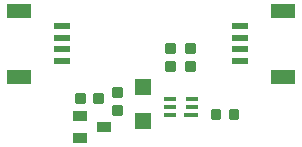
<source format=gbr>
G04 EAGLE Gerber RS-274X export*
G75*
%MOMM*%
%FSLAX34Y34*%
%LPD*%
%AMOC8*
5,1,8,0,0,1.08239X$1,22.5*%
G01*
%ADD10C,0.222250*%
%ADD11R,1.400000X1.400000*%
%ADD12R,1.350000X0.600000*%
%ADD13R,2.000000X1.200000*%
%ADD14R,1.200000X0.400000*%
%ADD15R,1.000000X0.400000*%
%ADD16R,1.143000X0.889000*%


D10*
X193484Y83424D02*
X200152Y83424D01*
X200152Y76756D01*
X193484Y76756D01*
X193484Y83424D01*
X193484Y78868D02*
X200152Y78868D01*
X200152Y80980D02*
X193484Y80980D01*
X193484Y83092D02*
X200152Y83092D01*
X184912Y83424D02*
X178244Y83424D01*
X184912Y83424D02*
X184912Y76756D01*
X178244Y76756D01*
X178244Y83424D01*
X178244Y78868D02*
X184912Y78868D01*
X184912Y80980D02*
X178244Y80980D01*
X178244Y83092D02*
X184912Y83092D01*
D11*
X120320Y103498D03*
X120320Y74498D03*
D12*
X52000Y155000D03*
X52000Y145000D03*
X52000Y135000D03*
X52000Y125000D03*
D13*
X15250Y112000D03*
X15250Y168000D03*
D12*
X202000Y125000D03*
X202000Y135000D03*
X202000Y145000D03*
X202000Y155000D03*
D13*
X238750Y168000D03*
X238750Y112000D03*
D10*
X163488Y117434D02*
X163488Y124102D01*
X163488Y117434D02*
X156820Y117434D01*
X156820Y124102D01*
X163488Y124102D01*
X163488Y119546D02*
X156820Y119546D01*
X156820Y121658D02*
X163488Y121658D01*
X163488Y123770D02*
X156820Y123770D01*
X163488Y132674D02*
X163488Y139342D01*
X163488Y132674D02*
X156820Y132674D01*
X156820Y139342D01*
X163488Y139342D01*
X163488Y134786D02*
X156820Y134786D01*
X156820Y136898D02*
X163488Y136898D01*
X163488Y139010D02*
X156820Y139010D01*
X146488Y124302D02*
X146488Y117634D01*
X139820Y117634D01*
X139820Y124302D01*
X146488Y124302D01*
X146488Y119746D02*
X139820Y119746D01*
X139820Y121858D02*
X146488Y121858D01*
X146488Y123970D02*
X139820Y123970D01*
X146488Y132874D02*
X146488Y139542D01*
X146488Y132874D02*
X139820Y132874D01*
X139820Y139542D01*
X146488Y139542D01*
X146488Y134986D02*
X139820Y134986D01*
X139820Y137098D02*
X146488Y137098D01*
X146488Y139210D02*
X139820Y139210D01*
D14*
X161010Y79878D03*
D15*
X162010Y86378D03*
X162010Y92878D03*
X143010Y92878D03*
X143010Y86378D03*
X143010Y79878D03*
D10*
X94732Y95916D02*
X94732Y102584D01*
X101400Y102584D01*
X101400Y95916D01*
X94732Y95916D01*
X94732Y98028D02*
X101400Y98028D01*
X101400Y100140D02*
X94732Y100140D01*
X94732Y102252D02*
X101400Y102252D01*
X94732Y87344D02*
X94732Y80676D01*
X94732Y87344D02*
X101400Y87344D01*
X101400Y80676D01*
X94732Y80676D01*
X94732Y82788D02*
X101400Y82788D01*
X101400Y84900D02*
X94732Y84900D01*
X94732Y87012D02*
X101400Y87012D01*
D16*
X87072Y69360D03*
X66752Y59860D03*
X66752Y78860D03*
D10*
X69864Y90734D02*
X63196Y90734D01*
X63196Y97402D01*
X69864Y97402D01*
X69864Y90734D01*
X69864Y92846D02*
X63196Y92846D01*
X63196Y94958D02*
X69864Y94958D01*
X69864Y97070D02*
X63196Y97070D01*
X78436Y90734D02*
X85104Y90734D01*
X78436Y90734D02*
X78436Y97402D01*
X85104Y97402D01*
X85104Y90734D01*
X85104Y92846D02*
X78436Y92846D01*
X78436Y94958D02*
X85104Y94958D01*
X85104Y97070D02*
X78436Y97070D01*
M02*

</source>
